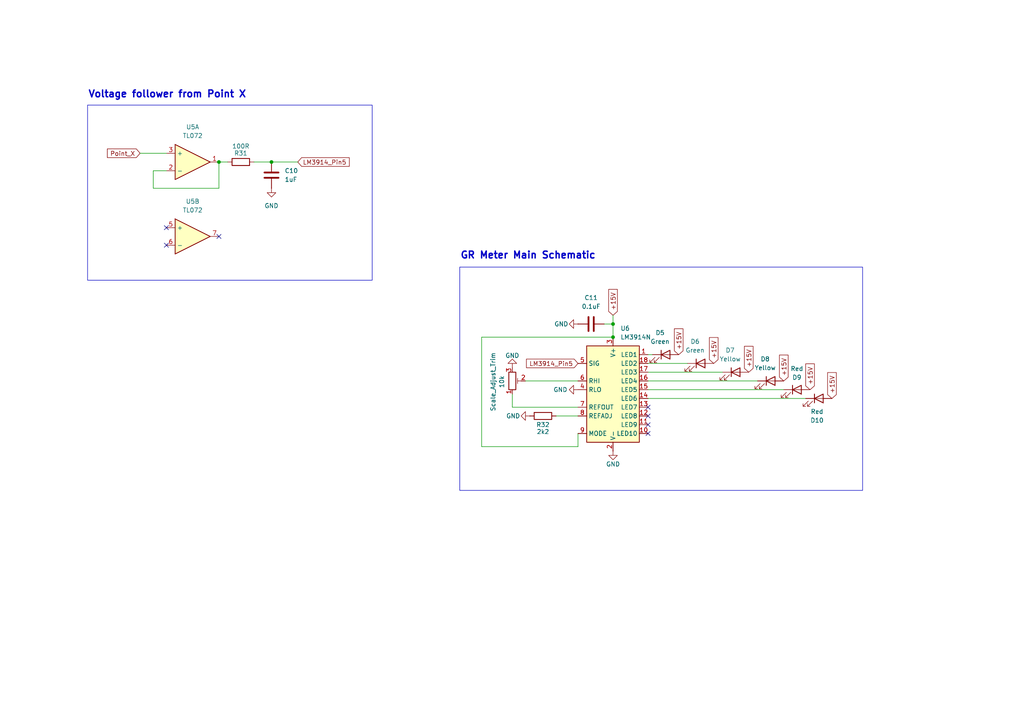
<source format=kicad_sch>
(kicad_sch (version 20250114) (generator "eeschema") (generator_version "9.0")
  (paper "A4")
  (lib_symbols
    (symbol "Device:C" (pin_numbers (hide yes)) (pin_names (offset 0.254))
      (property "Reference" "C" (at 0.635 2.54 0))
      (property "Value" "C" (at 0.635 -2.54 0))
      (symbol "C_0_1"
        (polyline (pts (xy -2.032 0.762) (xy 2.032 0.762)) (stroke (width 0.508)))
        (polyline (pts (xy -2.032 -0.762) (xy 2.032 -0.762)) (stroke (width 0.508)))
      )
      (symbol "C_1_1"
        (pin passive line (at 0 3.81 270) (length 2.794) (name "~") (number "1"))
        (pin passive line (at 0 -3.81 90) (length 2.794) (name "~") (number "2"))
      )
    )
    (symbol "Device:LED" (pin_numbers (hide yes)) (pin_names (offset 1.016) (hide yes))
      (property "Reference" "D" (at 0 2.54 0))
      (property "Value" "LED" (at 0 -2.54 0))
      (symbol "LED_0_1"
        (polyline (pts (xy -3.048 -0.762) (xy -4.572 -2.286) (xy -3.81 -2.286) (xy -4.572 -2.286) (xy -4.572 -1.524)))
        (polyline (pts (xy -1.778 -0.762) (xy -3.302 -2.286) (xy -2.54 -2.286) (xy -3.302 -2.286) (xy -3.302 -1.524)))
        (polyline (pts (xy -1.27 0) (xy 1.27 0)))
        (polyline (pts (xy -1.27 -1.27) (xy -1.27 1.27)) (stroke (width 0.254)))
        (polyline (pts (xy 1.27 -1.27) (xy 1.27 1.27) (xy -1.27 0) (xy 1.27 -1.27)) (stroke (width 0.254)))
      )
      (symbol "LED_1_1"
        (pin passive line (at -3.81 0 0) (length 2.54) (name "K") (number "1"))
        (pin passive line (at 3.81 0 180) (length 2.54) (name "A") (number "2"))
      )
    )
    (symbol "Device:Opamp_Dual"
      (property "Reference" "U" (at 0 5.08 0))
      (property "Value" "Opamp_Dual" (at 0 -5.08 0))
      (symbol "Opamp_Dual_1_1"
        (polyline (pts (xy -5.08 5.08) (xy 5.08 0) (xy -5.08 -5.08) (xy -5.08 5.08)) (stroke (width 0.254)) (fill (type background)))
        (pin input line (at -7.62 2.54 0) (length 2.54) (name "+") (number "3"))
        (pin input line (at -7.62 -2.54 0) (length 2.54) (name "-") (number "2"))
        (pin output line (at 7.62 0 180) (length 2.54) (name "~") (number "1"))
      )
      (symbol "Opamp_Dual_2_1"
        (polyline (pts (xy -5.08 5.08) (xy 5.08 0) (xy -5.08 -5.08) (xy -5.08 5.08)) (stroke (width 0.254)) (fill (type background)))
        (pin input line (at -7.62 2.54 0) (length 2.54) (name "+") (number "5"))
        (pin input line (at -7.62 -2.54 0) (length 2.54) (name "-") (number "6"))
        (pin output line (at 7.62 0 180) (length 2.54) (name "~") (number "7"))
      )
      (symbol "Opamp_Dual_3_1"
        (pin power_in line (at -2.54 7.62 270) (length 3.81) (name "V+") (number "8"))
        (pin power_in line (at -2.54 -7.62 90) (length 3.81) (name "V-") (number "4"))
      )
    )
    (symbol "Device:R" (pin_numbers (hide yes)) (pin_names (offset 0))
      (property "Reference" "R" (at 2.032 0 90))
      (property "Value" "R" (at 0 0 90))
      (symbol "R_0_1"
        (rectangle (start -1.016 -2.54) (end 1.016 2.54) (stroke (width 0.254)))
      )
      (symbol "R_1_1"
        (pin passive line (at 0 3.81 270) (length 1.27) (name "~") (number "1"))
        (pin passive line (at 0 -3.81 90) (length 1.27) (name "~") (number "2"))
      )
    )
    (symbol "Device:R_Potentiometer_Trim" (pin_names (offset 1.016) (hide yes))
      (property "Reference" "RV" (at -4.445 0 90))
      (property "Value" "R_Potentiometer_Trim" (at -2.54 0 90))
      (symbol "R_Potentiometer_Trim_0_1"
        (rectangle (start 1.016 2.54) (end -1.016 -2.54) (stroke (width 0.254)))
        (polyline (pts (xy 1.524 0.762) (xy 1.524 -0.762)))
        (polyline (pts (xy 2.54 0) (xy 1.524 0)))
      )
      (symbol "R_Potentiometer_Trim_1_1"
        (pin passive line (at 0 3.81 270) (length 1.27) (name "1") (number "1"))
        (pin passive line (at 0 -3.81 90) (length 1.27) (name "3") (number "3"))
        (pin passive line (at 3.81 0 180) (length 1.27) (name "2") (number "2"))
      )
    )
    (symbol "Driver_LED:LM3914N"
      (property "Reference" "U" (at -6.35 14.224 0))
      (property "Value" "LM3914N" (at 5.588 14.224 0))
      (symbol "LM3914N_0_1"
        (rectangle (start -7.62 12.7) (end 7.62 -15.24) (stroke (width 0.254)) (fill (type background)))
      )
      (symbol "LM3914N_1_1"
        (pin input line (at -10.16 7.62 0) (length 2.54) (name "SIG") (number "5"))
        (pin input line (at -10.16 2.54 0) (length 2.54) (name "RHI") (number "6"))
        (pin input line (at -10.16 0 0) (length 2.54) (name "RLO") (number "4"))
        (pin output line (at -10.16 -5.08 0) (length 2.54) (name "REFOUT") (number "7"))
        (pin input line (at -10.16 -7.62 0) (length 2.54) (name "REFADJ") (number "8"))
        (pin input line (at -10.16 -12.7 0) (length 2.54) (name "MODE") (number "9"))
        (pin power_in line (at 0 15.24 270) (length 2.54) (name "V+") (number "3"))
        (pin power_in line (at 0 -17.78 90) (length 2.54) (name "V-") (number "2"))
        (pin open_collector line (at 10.16 10.16 180) (length 2.54) (name "LED1") (number "1"))
        (pin open_collector line (at 10.16 7.62 180) (length 2.54) (name "LED2") (number "18"))
        (pin open_collector line (at 10.16 5.08 180) (length 2.54) (name "LED3") (number "17"))
        (pin open_collector line (at 10.16 2.54 180) (length 2.54) (name "LED4") (number "16"))
        (pin open_collector line (at 10.16 0 180) (length 2.54) (name "LED5") (number "15"))
        (pin open_collector line (at 10.16 -2.54 180) (length 2.54) (name "LED6") (number "14"))
        (pin open_collector line (at 10.16 -5.08 180) (length 2.54) (name "LED7") (number "13"))
        (pin open_collector line (at 10.16 -7.62 180) (length 2.54) (name "LED8") (number "12"))
        (pin open_collector line (at 10.16 -10.16 180) (length 2.54) (name "LED9") (number "11"))
        (pin open_collector line (at 10.16 -12.7 180) (length 2.54) (name "LED10") (number "10"))
      )
    )
    (symbol "power:GND" (power) (pin_numbers (hide yes)) (pin_names (offset 0) (hide yes))
      (property "Value" "GND" (at 0 -3.81 0))
      (symbol "GND_0_1"
        (polyline (pts (xy 0 0) (xy 0 -1.27) (xy 1.27 -1.27) (xy 0 -2.54) (xy -1.27 -1.27) (xy 0 -1.27)))
      )
      (symbol "GND_1_1"
        (pin power_in line (at 0 0 270) (length 0) (name "~") (number "1"))
      )
    )
  )
  (rectangle (start 25.4 30.48) (end 107.95 81.28))
  (rectangle (start 133.35 77.47) (end 250.19 142.24))
  (text "Voltage follower from Point X" (at 48.514 27.432 0) (effects (font (size 2 2) (thickness 0.4) (bold yes))))
  (text "GR Meter Main Schematic" (at 153.162 74.168 0) (effects (font (size 2 2) (thickness 0.4) (bold yes))))
  (junction (at 78.74 46.99))
  (junction (at 177.8 93.98))
  (junction (at 177.8 97.79))
  (junction (at 63.5 46.99))
  (no_connect (at 48.26 66.04))
  (no_connect (at 187.96 120.65))
  (no_connect (at 187.96 123.19))
  (no_connect (at 63.5 68.58))
  (no_connect (at 187.96 118.11))
  (no_connect (at 48.26 71.12))
  (no_connect (at 187.96 125.73))
  (wire (pts (xy 187.96 110.49) (xy 219.71 110.49)))
  (wire (pts (xy 177.8 91.44) (xy 177.8 93.98)))
  (wire (pts (xy 40.64 44.45) (xy 48.26 44.45)))
  (wire (pts (xy 44.45 54.61) (xy 63.5 54.61)))
  (wire (pts (xy 148.59 114.3) (xy 148.59 118.11)))
  (wire (pts (xy 63.5 46.99) (xy 66.04 46.99)))
  (wire (pts (xy 189.23 102.87) (xy 187.96 102.87)))
  (wire (pts (xy 227.33 113.03) (xy 187.96 113.03)))
  (wire (pts (xy 48.26 49.53) (xy 44.45 49.53)))
  (wire (pts (xy 177.8 93.98) (xy 177.8 97.79)))
  (wire (pts (xy 152.4 110.49) (xy 167.64 110.49)))
  (wire (pts (xy 161.29 120.65) (xy 167.64 120.65)))
  (wire (pts (xy 187.96 115.57) (xy 233.68 115.57)))
  (wire (pts (xy 167.64 129.54) (xy 167.64 125.73)))
  (wire (pts (xy 78.74 46.99) (xy 86.36 46.99)))
  (wire (pts (xy 139.7 129.54) (xy 167.64 129.54)))
  (wire (pts (xy 187.96 105.41) (xy 199.39 105.41)))
  (wire (pts (xy 44.45 49.53) (xy 44.45 54.61)))
  (wire (pts (xy 177.8 97.79) (xy 139.7 97.79)))
  (wire (pts (xy 139.7 97.79) (xy 139.7 129.54)))
  (wire (pts (xy 187.96 107.95) (xy 209.55 107.95)))
  (wire (pts (xy 73.66 46.99) (xy 78.74 46.99)))
  (wire (pts (xy 175.26 93.98) (xy 177.8 93.98)))
  (wire (pts (xy 63.5 54.61) (xy 63.5 46.99)))
  (wire (pts (xy 148.59 118.11) (xy 167.64 118.11)))
  (global_label "LM3914_Pin5" (shape input) (at 86.36 46.99 0) (property "Intersheetrefs" "${INTERSHEET_REFS}" (effects (hide yes))))
  (global_label "LM3914_Pin5" (shape input) (at 167.64 105.41 180) (property "Intersheetrefs" "${INTERSHEET_REFS}" (effects (hide yes))))
  (global_label "+15V" (shape input) (at 177.8 91.44 90) (property "Intersheetrefs" "${INTERSHEET_REFS}" (effects (hide yes))))
  (global_label "+15V" (shape input) (at 241.3 115.57 90) (property "Intersheetrefs" "${INTERSHEET_REFS}" (effects (hide yes))))
  (global_label "+15V" (shape input) (at 234.95 113.03 90) (property "Intersheetrefs" "${INTERSHEET_REFS}" (effects (hide yes))))
  (global_label "Point_X" (shape input) (at 40.64 44.45 180) (effects (font (thickness 0.1588))) (property "Intersheetrefs" "${INTERSHEET_REFS}" (effects (hide yes))))
  (global_label "+15V" (shape input) (at 196.85 102.87 90) (property "Intersheetrefs" "${INTERSHEET_REFS}" (effects (hide yes))))
  (global_label "+15V" (shape input) (at 207.01 105.41 90) (property "Intersheetrefs" "${INTERSHEET_REFS}" (effects (hide yes))))
  (global_label "+15V" (shape input) (at 217.17 107.95 90) (property "Intersheetrefs" "${INTERSHEET_REFS}" (effects (hide yes))))
  (global_label "+15V" (shape input) (at 227.33 110.49 90) (property "Intersheetrefs" "${INTERSHEET_REFS}" (effects (hide yes))))
  (symbol (lib_id "Device:LED") (at 203.2 105.41 0) (unit 1)
    (property "Reference" "D6" (at 201.6125 99.06 0))
    (property "Value" "Green" (at 201.6125 101.6 0))
    (property "Footprint" "LED_THT:LED_D3.0mm" (effects (hide yes)))
    (property "Description" "Light emitting diode" (effects (hide yes)))
    (property "Sim.Pins" "1=K 2=A" (effects (hide yes)))
  )
  (symbol (lib_id "power:GND") (at 167.64 113.03 270) (unit 1)
    (property "Reference" "#PWR028" (effects (hide yes)))
    (property "Value" "GND" (at 164.592 113.03 90) (effects (justify right)))
    (property "Description" "Power symbol creates a global label with name \"GND\" , ground" (effects (hide yes)))
  )
  (symbol (lib_id "Device:R") (at 69.85 46.99 270) (unit 1)
    (property "Reference" "R31" (at 69.85 44.45 90))
    (property "Value" "100R" (at 69.85 42.418 90))
    (property "Footprint" "Resistor_THT:R_Axial_DIN0207_L6.3mm_D2.5mm_P2.54mm_Vertical" (effects (hide yes)))
    (property "Description" "Resistor" (effects (hide yes)))
  )
  (symbol (lib_id "power:GND") (at 177.8 130.81 0) (unit 1)
    (property "Reference" "#PWR035" (effects (hide yes)))
    (property "Value" "GND" (at 177.8 134.62 0))
    (property "Description" "Power symbol creates a global label with name \"GND\" , ground" (effects (hide yes)))
  )
  (symbol (lib_id "Device:LED") (at 237.49 115.57 0) (unit 1)
    (property "Reference" "D10" (at 236.982 121.92 0))
    (property "Value" "Red" (at 236.982 119.38 0))
    (property "Footprint" "LED_THT:LED_D3.0mm" (effects (hide yes)))
    (property "Description" "Light emitting diode" (effects (hide yes)))
    (property "Sim.Pins" "1=K 2=A" (effects (hide yes)))
  )
  (symbol (lib_id "Device:LED") (at 223.52 110.49 0) (unit 1)
    (property "Reference" "D8" (at 221.9325 104.14 0))
    (property "Value" "Yellow" (at 221.9325 106.68 0))
    (property "Footprint" "LED_THT:LED_D3.0mm" (effects (hide yes)))
    (property "Description" "Light emitting diode" (effects (hide yes)))
    (property "Sim.Pins" "1=K 2=A" (effects (hide yes)))
  )
  (symbol (lib_id "power:GND") (at 78.74 54.61 0) (unit 1)
    (property "Reference" "#PWR026" (effects (hide yes)))
    (property "Value" "GND" (at 78.74 59.69 0))
    (property "Description" "Power symbol creates a global label with name \"GND\" , ground" (effects (hide yes)))
  )
  (symbol (lib_id "Device:LED") (at 193.04 102.87 0) (unit 1)
    (property "Reference" "D5" (at 191.4525 96.52 0))
    (property "Value" "Green" (at 191.4525 99.06 0))
    (property "Footprint" "LED_THT:LED_D3.0mm" (effects (hide yes)))
    (property "Description" "Light emitting diode" (effects (hide yes)))
    (property "Sim.Pins" "1=K 2=A" (effects (hide yes)))
  )
  (symbol (lib_id "power:GND") (at 167.64 93.98 270) (unit 1)
    (property "Reference" "#PWR029" (effects (hide yes)))
    (property "Value" "GND" (at 164.846 93.98 90) (effects (justify right)))
    (property "Description" "Power symbol creates a global label with name \"GND\" , ground" (effects (hide yes)))
  )
  (symbol (lib_id "Device:C") (at 78.74 50.8 0) (unit 1)
    (property "Reference" "C10" (at 82.55 49.5299 0) (effects (justify left)))
    (property "Value" "1uF" (at 82.55 52.0699 0) (effects (justify left)))
    (property "Footprint" "Capacitor_THT:C_Disc_D4.3mm_W1.9mm_P5.00mm" (effects (hide yes)))
    (property "Description" "ceramic capacitor" (effects (hide yes)))
  )
  (symbol (lib_id "power:GND") (at 153.67 120.65 270) (unit 1)
    (property "Reference" "#PWR036" (effects (hide yes)))
    (property "Value" "GND" (at 150.876 120.65 90) (effects (justify right)))
    (property "Description" "Power symbol creates a global label with name \"GND\" , ground" (effects (hide yes)))
  )
  (symbol (lib_id "Device:R_Potentiometer_Trim") (at 148.59 110.49 0) (mirror x) (unit 1)
    (property "Reference" "Scale_Adjust_Trim" (at 143.002 110.744 90))
    (property "Value" "10k" (at 145.542 110.744 90))
    (property "Footprint" "Potentiometer_THT:Potentiometer_Runtron_RM-065_Vertical" (effects (hide yes)))
    (property "Description" "Trim-potentiometer" (effects (hide yes)))
  )
  (symbol (lib_id "Device:R") (at 157.48 120.65 90) (unit 1)
    (property "Reference" "R32" (at 157.48 123.19 90))
    (property "Value" "2k2" (at 157.48 125.222 90))
    (property "Footprint" "Resistor_THT:R_Axial_DIN0207_L6.3mm_D2.5mm_P2.54mm_Vertical" (effects (hide yes)))
    (property "Description" "Resistor" (effects (hide yes)))
  )
  (symbol (lib_id "Device:LED") (at 231.14 113.03 0) (unit 1)
    (property "Reference" "D9" (at 231.14 109.474 0))
    (property "Value" "Red" (at 231.14 106.934 0))
    (property "Footprint" "LED_THT:LED_D3.0mm" (effects (hide yes)))
    (property "Description" "Light emitting diode" (effects (hide yes)))
    (property "Sim.Pins" "1=K 2=A" (effects (hide yes)))
  )
  (symbol (lib_id "Device:LED") (at 213.36 107.95 0) (unit 1)
    (property "Reference" "D7" (at 211.7725 101.6 0))
    (property "Value" "Yellow" (at 211.7725 104.14 0))
    (property "Footprint" "LED_THT:LED_D3.0mm" (effects (hide yes)))
    (property "Description" "Light emitting diode" (effects (hide yes)))
    (property "Sim.Pins" "1=K 2=A" (effects (hide yes)))
  )
  (symbol (lib_id "power:GND") (at 148.59 106.68 180) (unit 1)
    (property "Reference" "#PWR027" (effects (hide yes)))
    (property "Value" "GND" (at 148.59 103.124 0))
    (property "Description" "Power symbol creates a global label with name \"GND\" , ground" (effects (hide yes)))
  )
  (symbol (lib_id "Driver_LED:LM3914N") (at 177.8 113.03 0) (unit 1)
    (property "Reference" "U6" (at 179.9433 95.25 0) (effects (justify left)))
    (property "Value" "LM3914N" (at 179.9433 97.79 0) (effects (justify left)))
    (property "Footprint" "Package_DIP:DIP-18_W7.62mm" (effects (hide yes)))
    (property "Datasheet" "https://www.ti.com/lit/ds/symlink/lm3914.pdf" (effects (hide yes)))
    (property "Description" "10 LED Dot/Bar Display Driver, DIP-18" (effects (hide yes)))
  )
  (symbol (lib_id "Device:Opamp_Dual") (at 55.88 46.99 0) (unit 1)
    (property "Reference" "U5" (at 55.88 36.83 0))
    (property "Value" "TL072" (at 55.88 39.37 0))
    (property "Description" "Dual operational amplifier" (effects (hide yes)))
    (property "Sim.Library" "${KICAD9_SYMBOL_DIR}/Simulation_SPICE.sp" (effects (hide yes)))
    (property "Sim.Name" "kicad_builtin_opamp_dual" (effects (hide yes)))
    (property "Sim.Device" "SUBCKT" (effects (hide yes)))
    (property "Sim.Pins" "1=out1 2=in1- 3=in1+ 4=vee 5=in2+ 6=in2- 7=out2 8=vcc" (effects (hide yes)))
  )
  (symbol (lib_id "Device:Opamp_Dual") (at 55.88 68.58 0) (unit 2)
    (property "Reference" "U5" (at 55.88 58.42 0))
    (property "Value" "TL072" (at 55.88 60.96 0))
    (property "Description" "Dual operational amplifier" (effects (hide yes)))
    (property "Sim.Library" "${KICAD9_SYMBOL_DIR}/Simulation_SPICE.sp" (effects (hide yes)))
    (property "Sim.Name" "kicad_builtin_opamp_dual" (effects (hide yes)))
    (property "Sim.Device" "SUBCKT" (effects (hide yes)))
    (property "Sim.Pins" "1=out1 2=in1- 3=in1+ 4=vee 5=in2+ 6=in2- 7=out2 8=vcc" (effects (hide yes)))
  )
  (symbol (lib_id "Device:C") (at 171.45 93.98 270) (unit 1)
    (property "Reference" "C11" (at 171.45 86.36 90))
    (property "Value" "0.1uF" (at 171.45 88.9 90))
    (property "Footprint" "Capacitor_THT:C_Disc_D4.3mm_W1.9mm_P5.00mm" (effects (hide yes)))
    (property "Description" "ceramic capacitor" (effects (hide yes)))
  )
)
</source>
